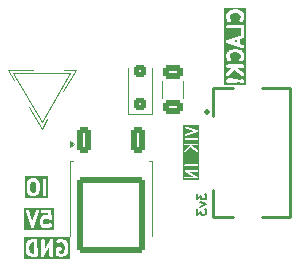
<source format=gbr>
%TF.GenerationSoftware,KiCad,Pcbnew,8.0.3*%
%TF.CreationDate,2024-06-15T19:32:54-05:00*%
%TF.ProjectId,VIK-Solenoid,56494b2d-536f-46c6-956e-6f69642e6b69,rev?*%
%TF.SameCoordinates,Original*%
%TF.FileFunction,Legend,Bot*%
%TF.FilePolarity,Positive*%
%FSLAX46Y46*%
G04 Gerber Fmt 4.6, Leading zero omitted, Abs format (unit mm)*
G04 Created by KiCad (PCBNEW 8.0.3) date 2024-06-15 19:32:54*
%MOMM*%
%LPD*%
G01*
G04 APERTURE LIST*
G04 Aperture macros list*
%AMRoundRect*
0 Rectangle with rounded corners*
0 $1 Rounding radius*
0 $2 $3 $4 $5 $6 $7 $8 $9 X,Y pos of 4 corners*
0 Add a 4 corners polygon primitive as box body*
4,1,4,$2,$3,$4,$5,$6,$7,$8,$9,$2,$3,0*
0 Add four circle primitives for the rounded corners*
1,1,$1+$1,$2,$3*
1,1,$1+$1,$4,$5*
1,1,$1+$1,$6,$7*
1,1,$1+$1,$8,$9*
0 Add four rect primitives between the rounded corners*
20,1,$1+$1,$2,$3,$4,$5,0*
20,1,$1+$1,$4,$5,$6,$7,0*
20,1,$1+$1,$6,$7,$8,$9,0*
20,1,$1+$1,$8,$9,$2,$3,0*%
G04 Aperture macros list end*
%ADD10C,0.300000*%
%ADD11C,0.150000*%
%ADD12C,0.254000*%
%ADD13C,0.100000*%
%ADD14C,0.120000*%
%ADD15C,2.200000*%
%ADD16R,1.700000X1.700000*%
%ADD17O,1.700000X1.700000*%
%ADD18R,1.250000X0.280000*%
%ADD19R,2.000000X1.800000*%
%ADD20RoundRect,0.250000X-0.625000X0.312500X-0.625000X-0.312500X0.625000X-0.312500X0.625000X0.312500X0*%
%ADD21RoundRect,0.250000X0.300000X-0.300000X0.300000X0.300000X-0.300000X0.300000X-0.300000X-0.300000X0*%
%ADD22RoundRect,0.250000X-0.350000X0.850000X-0.350000X-0.850000X0.350000X-0.850000X0.350000X0.850000X0*%
%ADD23RoundRect,0.249997X-2.650003X2.950003X-2.650003X-2.950003X2.650003X-2.950003X2.650003X2.950003X0*%
G04 APERTURE END LIST*
D10*
G36*
X185713836Y-89791423D02*
G01*
X183210953Y-89791423D01*
X183210953Y-88260183D01*
X183360953Y-88260183D01*
X183367472Y-88288857D01*
X183781037Y-89520759D01*
X183781768Y-89531043D01*
X183790050Y-89547607D01*
X183796127Y-89565708D01*
X183803149Y-89573804D01*
X183807942Y-89583390D01*
X183822150Y-89595713D01*
X183834474Y-89609922D01*
X183844058Y-89614714D01*
X183852156Y-89621737D01*
X183870002Y-89627685D01*
X183886821Y-89636095D01*
X183897509Y-89636854D01*
X183907680Y-89640245D01*
X183926442Y-89638911D01*
X183945201Y-89640245D01*
X183955368Y-89636855D01*
X183966061Y-89636096D01*
X183982884Y-89627684D01*
X184000726Y-89621737D01*
X184008822Y-89614715D01*
X184018408Y-89609922D01*
X184030733Y-89595710D01*
X184044940Y-89583389D01*
X184049731Y-89573805D01*
X184056755Y-89565708D01*
X184068743Y-89538857D01*
X184261741Y-88955709D01*
X184550251Y-88955709D01*
X184552676Y-89230822D01*
X184551429Y-89234565D01*
X184552890Y-89255141D01*
X184553133Y-89282592D01*
X184555195Y-89287570D01*
X184555577Y-89292946D01*
X184566086Y-89320409D01*
X184628498Y-89439885D01*
X184635053Y-89455711D01*
X184639762Y-89461449D01*
X184641274Y-89464343D01*
X184644268Y-89466940D01*
X184653708Y-89478442D01*
X184717540Y-89539111D01*
X184727331Y-89550400D01*
X184733509Y-89554289D01*
X184735963Y-89556621D01*
X184739620Y-89558136D01*
X184752217Y-89566065D01*
X184853203Y-89614336D01*
X184855010Y-89616143D01*
X184869798Y-89622268D01*
X184898728Y-89636097D01*
X184904103Y-89636478D01*
X184909082Y-89638541D01*
X184938346Y-89641423D01*
X185213460Y-89638997D01*
X185217203Y-89640245D01*
X185237779Y-89638783D01*
X185265229Y-89638541D01*
X185270207Y-89636478D01*
X185275583Y-89636097D01*
X185303047Y-89625587D01*
X185422521Y-89563175D01*
X185438347Y-89556621D01*
X185444085Y-89551911D01*
X185446979Y-89550400D01*
X185449576Y-89547405D01*
X185461078Y-89537966D01*
X185539257Y-89455711D01*
X185561654Y-89401639D01*
X185561654Y-89343113D01*
X185539257Y-89289040D01*
X185497872Y-89247655D01*
X185443799Y-89225258D01*
X185385273Y-89225258D01*
X185331201Y-89247655D01*
X185308470Y-89266310D01*
X185269402Y-89307414D01*
X185203756Y-89341706D01*
X184977074Y-89343705D01*
X184910873Y-89312061D01*
X184884258Y-89286765D01*
X184849967Y-89221119D01*
X184847968Y-88994437D01*
X184879612Y-88928236D01*
X184904906Y-88901623D01*
X184970555Y-88867330D01*
X185197236Y-88865331D01*
X185263435Y-88896975D01*
X185297111Y-88928981D01*
X185298727Y-88931994D01*
X185309887Y-88941125D01*
X185331202Y-88961383D01*
X185338181Y-88964273D01*
X185344024Y-88969054D01*
X185365013Y-88975387D01*
X185385274Y-88983779D01*
X185392825Y-88983779D01*
X185400056Y-88985961D01*
X185421875Y-88983779D01*
X185443800Y-88983779D01*
X185450777Y-88980888D01*
X185458294Y-88980137D01*
X185477618Y-88969770D01*
X185497872Y-88961381D01*
X185503211Y-88956041D01*
X185509869Y-88952470D01*
X185523753Y-88935499D01*
X185539258Y-88919995D01*
X185542148Y-88913015D01*
X185546929Y-88907173D01*
X185553262Y-88886183D01*
X185561654Y-88865923D01*
X185561654Y-88858372D01*
X185563836Y-88851141D01*
X185563792Y-88821736D01*
X185502130Y-88232469D01*
X185502130Y-88212159D01*
X185499286Y-88205293D01*
X185498488Y-88197665D01*
X185488121Y-88178340D01*
X185479732Y-88158087D01*
X185474392Y-88152747D01*
X185470821Y-88146090D01*
X185453850Y-88132205D01*
X185438348Y-88116703D01*
X185431369Y-88113812D01*
X185425524Y-88109030D01*
X185404535Y-88102696D01*
X185384276Y-88094305D01*
X185373064Y-88093200D01*
X185369492Y-88092123D01*
X185365834Y-88092488D01*
X185355012Y-88091423D01*
X184730510Y-88094305D01*
X184676438Y-88116703D01*
X184635054Y-88158087D01*
X184612656Y-88212159D01*
X184612656Y-88270687D01*
X184635054Y-88324759D01*
X184676438Y-88366143D01*
X184730510Y-88388541D01*
X184759774Y-88391423D01*
X185219668Y-88389300D01*
X185238352Y-88567849D01*
X185235965Y-88567614D01*
X184960850Y-88570039D01*
X184957108Y-88568792D01*
X184936531Y-88570253D01*
X184909082Y-88570496D01*
X184904103Y-88572558D01*
X184898728Y-88572940D01*
X184871264Y-88583450D01*
X184751793Y-88645859D01*
X184735964Y-88652416D01*
X184730222Y-88657128D01*
X184727330Y-88658639D01*
X184724734Y-88661632D01*
X184713233Y-88671071D01*
X184652563Y-88734902D01*
X184641274Y-88744694D01*
X184637384Y-88750873D01*
X184635054Y-88753325D01*
X184633539Y-88756981D01*
X184625609Y-88769580D01*
X184577337Y-88870566D01*
X184575531Y-88872373D01*
X184569405Y-88887161D01*
X184555577Y-88916091D01*
X184555195Y-88921466D01*
X184553133Y-88926445D01*
X184550251Y-88955709D01*
X184261741Y-88955709D01*
X184491931Y-88260183D01*
X184487781Y-88201803D01*
X184461607Y-88149456D01*
X184417393Y-88111109D01*
X184361869Y-88092600D01*
X184303489Y-88096750D01*
X184251141Y-88122923D01*
X184212794Y-88167138D01*
X184200806Y-88193989D01*
X183926921Y-89021538D01*
X183640089Y-88167138D01*
X183601742Y-88122924D01*
X183549395Y-88096750D01*
X183491015Y-88092601D01*
X183435490Y-88111109D01*
X183391276Y-88149456D01*
X183365102Y-88201803D01*
X183360953Y-88260183D01*
X183210953Y-88260183D01*
X183210953Y-87941423D01*
X185713836Y-87941423D01*
X185713836Y-89791423D01*
G37*
G36*
X184138538Y-85750491D02*
G01*
X184214031Y-85823815D01*
X184259357Y-85997363D01*
X184261808Y-86376614D01*
X184216970Y-86564315D01*
X184146853Y-86636507D01*
X184079346Y-86671771D01*
X183912039Y-86673575D01*
X183846723Y-86642353D01*
X183771231Y-86569031D01*
X183725905Y-86395483D01*
X183723454Y-86016231D01*
X183768292Y-85828532D01*
X183838409Y-85756339D01*
X183905916Y-85721074D01*
X184073224Y-85719270D01*
X184138538Y-85750491D01*
G37*
G36*
X185245012Y-87121423D02*
G01*
X183275965Y-87121423D01*
X183275965Y-85988090D01*
X183425965Y-85988090D01*
X183428598Y-86395542D01*
X183426142Y-86412048D01*
X183428822Y-86430170D01*
X183428847Y-86434021D01*
X183429694Y-86436065D01*
X183430444Y-86441137D01*
X183488371Y-86662930D01*
X183488371Y-86672114D01*
X183494863Y-86687787D01*
X183499861Y-86706924D01*
X183506501Y-86715885D01*
X183510768Y-86726187D01*
X183529423Y-86748918D01*
X183650674Y-86866685D01*
X183662569Y-86880400D01*
X183668894Y-86884381D01*
X183671200Y-86886621D01*
X183674860Y-86888137D01*
X183687455Y-86896065D01*
X183788441Y-86944336D01*
X183790248Y-86946143D01*
X183805036Y-86952268D01*
X183833966Y-86966097D01*
X183839341Y-86966478D01*
X183844320Y-86968541D01*
X183873584Y-86971423D01*
X184089468Y-86969095D01*
X184092916Y-86970245D01*
X184112598Y-86968846D01*
X184140943Y-86968541D01*
X184145921Y-86966478D01*
X184151297Y-86966097D01*
X184178760Y-86955588D01*
X184298232Y-86893177D01*
X184314063Y-86886621D01*
X184319802Y-86881910D01*
X184322694Y-86880400D01*
X184325289Y-86877406D01*
X184336793Y-86867966D01*
X184443306Y-86758300D01*
X184450558Y-86753949D01*
X184460294Y-86740809D01*
X184474496Y-86726187D01*
X184478763Y-86715882D01*
X184485402Y-86706924D01*
X184495295Y-86679232D01*
X184550406Y-86448529D01*
X184556416Y-86434021D01*
X184558200Y-86415901D01*
X184559121Y-86412048D01*
X184558795Y-86409860D01*
X184559298Y-86404757D01*
X184556664Y-85997304D01*
X184559121Y-85980799D01*
X184556440Y-85962676D01*
X184556416Y-85958826D01*
X184555568Y-85956781D01*
X184554819Y-85951710D01*
X184496892Y-85729916D01*
X184496892Y-85720733D01*
X184490399Y-85705057D01*
X184485402Y-85685923D01*
X184478763Y-85676964D01*
X184474496Y-85666660D01*
X184455841Y-85643930D01*
X184381189Y-85571423D01*
X184795012Y-85571423D01*
X184797894Y-86850687D01*
X184820292Y-86904759D01*
X184861676Y-86946143D01*
X184915748Y-86968541D01*
X184974276Y-86968541D01*
X185028348Y-86946143D01*
X185069732Y-86904759D01*
X185092130Y-86850687D01*
X185095012Y-86821423D01*
X185092130Y-85542159D01*
X185069732Y-85488087D01*
X185028348Y-85446703D01*
X184974276Y-85424305D01*
X184915748Y-85424305D01*
X184861676Y-85446703D01*
X184820292Y-85488087D01*
X184797894Y-85542159D01*
X184795012Y-85571423D01*
X184381189Y-85571423D01*
X184334589Y-85526162D01*
X184322695Y-85512448D01*
X184316369Y-85508466D01*
X184314063Y-85506226D01*
X184310400Y-85504708D01*
X184297809Y-85496783D01*
X184196822Y-85448510D01*
X184195015Y-85446703D01*
X184180227Y-85440577D01*
X184151298Y-85426749D01*
X184145920Y-85426366D01*
X184140943Y-85424305D01*
X184111679Y-85421423D01*
X183895793Y-85423750D01*
X183892346Y-85422601D01*
X183872663Y-85423999D01*
X183844320Y-85424305D01*
X183839341Y-85426367D01*
X183833966Y-85426749D01*
X183806502Y-85437259D01*
X183687031Y-85499668D01*
X183671200Y-85506226D01*
X183665458Y-85510937D01*
X183662568Y-85512448D01*
X183659972Y-85515440D01*
X183648470Y-85524881D01*
X183541958Y-85634545D01*
X183534705Y-85638898D01*
X183524965Y-85652041D01*
X183510768Y-85666660D01*
X183506501Y-85676961D01*
X183499861Y-85685923D01*
X183489968Y-85713614D01*
X183434856Y-85944317D01*
X183428847Y-85958826D01*
X183427062Y-85976945D01*
X183426142Y-85980799D01*
X183426467Y-85982986D01*
X183425965Y-85988090D01*
X183275965Y-85988090D01*
X183275965Y-85271423D01*
X185245012Y-85271423D01*
X185245012Y-87121423D01*
G37*
G36*
X201216075Y-73941403D02*
G01*
X200941306Y-73850467D01*
X201215231Y-73758507D01*
X201216075Y-73941403D01*
G37*
G36*
X202021423Y-77542326D02*
G01*
X200171423Y-77542326D01*
X200171423Y-77154057D01*
X200324305Y-77154057D01*
X200324305Y-77154058D01*
X200324305Y-77154059D01*
X200324305Y-77212585D01*
X200324718Y-77213581D01*
X200346702Y-77266656D01*
X200346703Y-77266657D01*
X200365358Y-77289388D01*
X200412536Y-77334228D01*
X200413578Y-77336249D01*
X200423466Y-77344616D01*
X200447613Y-77367566D01*
X200453441Y-77369980D01*
X200458256Y-77374054D01*
X200480301Y-77381105D01*
X200501685Y-77389962D01*
X200507992Y-77389962D01*
X200514001Y-77391884D01*
X200543404Y-77392326D01*
X201245806Y-77331060D01*
X201262179Y-77332361D01*
X201268116Y-77330461D01*
X201274497Y-77330439D01*
X201280249Y-77328056D01*
X201286613Y-77327501D01*
X201301729Y-77319710D01*
X201317924Y-77314531D01*
X201322741Y-77310455D01*
X201328569Y-77308041D01*
X201333028Y-77303581D01*
X201338639Y-77300690D01*
X201349621Y-77287709D01*
X201362602Y-77276727D01*
X201365493Y-77271116D01*
X201369953Y-77266657D01*
X201372367Y-77260829D01*
X201376443Y-77256012D01*
X201381622Y-77239817D01*
X201389413Y-77224701D01*
X201389936Y-77218412D01*
X201392351Y-77212585D01*
X201392351Y-77206276D01*
X201394273Y-77200267D01*
X201392861Y-77183321D01*
X201394273Y-77166376D01*
X201392351Y-77160366D01*
X201392351Y-77154057D01*
X201455258Y-77154057D01*
X201455258Y-77154058D01*
X201455258Y-77154059D01*
X201455258Y-77212585D01*
X201455671Y-77213581D01*
X201477655Y-77266656D01*
X201477656Y-77266657D01*
X201496311Y-77289388D01*
X201578566Y-77367566D01*
X201610241Y-77380685D01*
X201632637Y-77389962D01*
X201632638Y-77389962D01*
X201691164Y-77389962D01*
X201713561Y-77380684D01*
X201745235Y-77367565D01*
X201767966Y-77348910D01*
X201846144Y-77266657D01*
X201868128Y-77213581D01*
X201868541Y-77212585D01*
X201868541Y-77154059D01*
X201868541Y-77154058D01*
X201868541Y-77154057D01*
X201856702Y-77125475D01*
X201850553Y-77110630D01*
X201846145Y-77099987D01*
X201827490Y-77077256D01*
X201745256Y-76999096D01*
X201745236Y-76999076D01*
X201707000Y-76983239D01*
X201691164Y-76976679D01*
X201691163Y-76976679D01*
X201632637Y-76976679D01*
X201610241Y-76985955D01*
X201578566Y-76999075D01*
X201578565Y-76999076D01*
X201555834Y-77017731D01*
X201477656Y-77099985D01*
X201477654Y-77099987D01*
X201473246Y-77110630D01*
X201467097Y-77125475D01*
X201455258Y-77154057D01*
X201392351Y-77154057D01*
X201389936Y-77148229D01*
X201389413Y-77141941D01*
X201381622Y-77126824D01*
X201376443Y-77110630D01*
X201372367Y-77105813D01*
X201369953Y-77099985D01*
X201365492Y-77095524D01*
X201362602Y-77089916D01*
X201349621Y-77078932D01*
X201338639Y-77065953D01*
X201333030Y-77063062D01*
X201328569Y-77058601D01*
X201322740Y-77056186D01*
X201317924Y-77052111D01*
X201301730Y-77046931D01*
X201286614Y-77039141D01*
X201277601Y-77037488D01*
X201274497Y-77036203D01*
X201266046Y-77035370D01*
X201264968Y-77035173D01*
X201262179Y-77034281D01*
X201259915Y-77034246D01*
X201257690Y-77033839D01*
X200565434Y-76978843D01*
X200560210Y-76976679D01*
X200538195Y-76976679D01*
X200514002Y-76974757D01*
X200507993Y-76976679D01*
X200501684Y-76976679D01*
X200480300Y-76985536D01*
X200458256Y-76992587D01*
X200453440Y-76996661D01*
X200447612Y-76999076D01*
X200424881Y-77017731D01*
X200346703Y-77099985D01*
X200346701Y-77099987D01*
X200342293Y-77110630D01*
X200336144Y-77125475D01*
X200324305Y-77154057D01*
X200171423Y-77154057D01*
X200171423Y-75904057D01*
X200324305Y-75904057D01*
X200324305Y-75962585D01*
X200346703Y-76016657D01*
X200388087Y-76058041D01*
X200442159Y-76080439D01*
X200471423Y-76083321D01*
X200825786Y-76082522D01*
X200346702Y-76564271D01*
X200324305Y-76618343D01*
X200324305Y-76676869D01*
X200346702Y-76730941D01*
X200388088Y-76772327D01*
X200442160Y-76794724D01*
X200500686Y-76794724D01*
X200554758Y-76772327D01*
X200577489Y-76753672D01*
X201020093Y-76308607D01*
X201656563Y-76782859D01*
X201713259Y-76797383D01*
X201771197Y-76789107D01*
X201821559Y-76759288D01*
X201856675Y-76712465D01*
X201871200Y-76655769D01*
X201862923Y-76597831D01*
X201833105Y-76547470D01*
X201811423Y-76527606D01*
X201231806Y-76095717D01*
X201245869Y-76081576D01*
X201750687Y-76080439D01*
X201804759Y-76058041D01*
X201846143Y-76016657D01*
X201868541Y-75962585D01*
X201868541Y-75904057D01*
X201846143Y-75849985D01*
X201804759Y-75808601D01*
X201750687Y-75786203D01*
X201721423Y-75783321D01*
X200442159Y-75786203D01*
X200388087Y-75808601D01*
X200346703Y-75849985D01*
X200324305Y-75904057D01*
X200171423Y-75904057D01*
X200171423Y-75040463D01*
X200321423Y-75040463D01*
X200323778Y-75161698D01*
X200322601Y-75178272D01*
X200324241Y-75185484D01*
X200324305Y-75188775D01*
X200325822Y-75192437D01*
X200329121Y-75206945D01*
X200383829Y-75364096D01*
X200383829Y-75367345D01*
X200390916Y-75384456D01*
X200400633Y-75412367D01*
X200404163Y-75416437D01*
X200406226Y-75421417D01*
X200424881Y-75444148D01*
X200507136Y-75522327D01*
X200561208Y-75544724D01*
X200619734Y-75544724D01*
X200673807Y-75522327D01*
X200715192Y-75480942D01*
X200737589Y-75426869D01*
X200737589Y-75368343D01*
X200715192Y-75314271D01*
X200696537Y-75291540D01*
X200662198Y-75258902D01*
X200621057Y-75140726D01*
X200619668Y-75069245D01*
X200659239Y-74945073D01*
X200733868Y-74868236D01*
X200813141Y-74826825D01*
X201016688Y-74773664D01*
X201159248Y-74771687D01*
X201362473Y-74820234D01*
X201450665Y-74862390D01*
X201530123Y-74939565D01*
X201571788Y-75059248D01*
X201573176Y-75130726D01*
X201533365Y-75255655D01*
X201477655Y-75314271D01*
X201455258Y-75368343D01*
X201455258Y-75426869D01*
X201477655Y-75480941D01*
X201519041Y-75522327D01*
X201573113Y-75544724D01*
X201631639Y-75544724D01*
X201685711Y-75522327D01*
X201708442Y-75503672D01*
X201752594Y-75457217D01*
X201753867Y-75456581D01*
X201760832Y-75448550D01*
X201786621Y-75421417D01*
X201788682Y-75416439D01*
X201792215Y-75412367D01*
X201804203Y-75385516D01*
X201861417Y-75205971D01*
X201868541Y-75188775D01*
X201869275Y-75181311D01*
X201870245Y-75178271D01*
X201869964Y-75174322D01*
X201871423Y-75159511D01*
X201869067Y-75038276D01*
X201870245Y-75021703D01*
X201868604Y-75014489D01*
X201868541Y-75011199D01*
X201867024Y-75007538D01*
X201863726Y-74993029D01*
X201809018Y-74835875D01*
X201809018Y-74832629D01*
X201801934Y-74815528D01*
X201792215Y-74787607D01*
X201788683Y-74783535D01*
X201786621Y-74778556D01*
X201767966Y-74755826D01*
X201646717Y-74638063D01*
X201634819Y-74624344D01*
X201628490Y-74620360D01*
X201626187Y-74618123D01*
X201622529Y-74616607D01*
X201609933Y-74608679D01*
X201497926Y-74555140D01*
X201487876Y-74547693D01*
X201465985Y-74539872D01*
X201463422Y-74538647D01*
X201462340Y-74538570D01*
X201460185Y-74537800D01*
X201229481Y-74482688D01*
X201214973Y-74476679D01*
X201196853Y-74474894D01*
X201193000Y-74473974D01*
X201190812Y-74474299D01*
X201185709Y-74473797D01*
X201014601Y-74476169D01*
X200999847Y-74473974D01*
X200981937Y-74476622D01*
X200977874Y-74476679D01*
X200975829Y-74477526D01*
X200970758Y-74478276D01*
X200743410Y-74537653D01*
X200729424Y-74538647D01*
X200707538Y-74547022D01*
X200704970Y-74547693D01*
X200704098Y-74548338D01*
X200701960Y-74549157D01*
X200582495Y-74611563D01*
X200566659Y-74618123D01*
X200560916Y-74622836D01*
X200558028Y-74624345D01*
X200555435Y-74627334D01*
X200543929Y-74636778D01*
X200441699Y-74742033D01*
X200438980Y-74743393D01*
X200427306Y-74756852D01*
X200406226Y-74778557D01*
X200404163Y-74783536D01*
X200400633Y-74787607D01*
X200388644Y-74814458D01*
X200331427Y-74994004D01*
X200324305Y-75011199D01*
X200323570Y-75018660D01*
X200322601Y-75021702D01*
X200322881Y-75025651D01*
X200321423Y-75040463D01*
X200171423Y-75040463D01*
X200171423Y-73831227D01*
X200322601Y-73831227D01*
X200323934Y-73849987D01*
X200322601Y-73868748D01*
X200325990Y-73878915D01*
X200326750Y-73889607D01*
X200335161Y-73906430D01*
X200341109Y-73924272D01*
X200348131Y-73932368D01*
X200352924Y-73941954D01*
X200367132Y-73954277D01*
X200379456Y-73968486D01*
X200389041Y-73973278D01*
X200397138Y-73980301D01*
X200423989Y-73992290D01*
X201323921Y-74290128D01*
X201335016Y-74294724D01*
X201337807Y-74294724D01*
X201702662Y-74415475D01*
X201761042Y-74411326D01*
X201813389Y-74385152D01*
X201851737Y-74340938D01*
X201870245Y-74285413D01*
X201866095Y-74227033D01*
X201839922Y-74174686D01*
X201795708Y-74136339D01*
X201768857Y-74124350D01*
X201513783Y-74039931D01*
X201512024Y-73658870D01*
X201795708Y-73563634D01*
X201839923Y-73525287D01*
X201866096Y-73472939D01*
X201870246Y-73414559D01*
X201851737Y-73359035D01*
X201813390Y-73314821D01*
X201811052Y-73313651D01*
X201846143Y-73278561D01*
X201868541Y-73224489D01*
X201871423Y-73195225D01*
X201868541Y-72570723D01*
X201846143Y-72516651D01*
X201804759Y-72475267D01*
X201750687Y-72452869D01*
X201721423Y-72449987D01*
X200442159Y-72452869D01*
X200388087Y-72475267D01*
X200346703Y-72516651D01*
X200324305Y-72570723D01*
X200324305Y-72629251D01*
X200346703Y-72683323D01*
X200388087Y-72724707D01*
X200442159Y-72747105D01*
X200471423Y-72749987D01*
X201572103Y-72747507D01*
X201574305Y-73224489D01*
X201596703Y-73278561D01*
X201625453Y-73307311D01*
X200442086Y-73704583D01*
X200431803Y-73705314D01*
X200415238Y-73713596D01*
X200397138Y-73719673D01*
X200389041Y-73726695D01*
X200379456Y-73731488D01*
X200367132Y-73745696D01*
X200352924Y-73758020D01*
X200348131Y-73767605D01*
X200341109Y-73775702D01*
X200335161Y-73793543D01*
X200326750Y-73810367D01*
X200325990Y-73821059D01*
X200322601Y-73831227D01*
X200171423Y-73831227D01*
X200171423Y-71707129D01*
X200321423Y-71707129D01*
X200323778Y-71828364D01*
X200322601Y-71844938D01*
X200324241Y-71852150D01*
X200324305Y-71855441D01*
X200325822Y-71859103D01*
X200329121Y-71873611D01*
X200383829Y-72030762D01*
X200383829Y-72034011D01*
X200390916Y-72051122D01*
X200400633Y-72079033D01*
X200404163Y-72083103D01*
X200406226Y-72088083D01*
X200424881Y-72110814D01*
X200507136Y-72188993D01*
X200561208Y-72211390D01*
X200619734Y-72211390D01*
X200673807Y-72188993D01*
X200715192Y-72147608D01*
X200737589Y-72093535D01*
X200737589Y-72035009D01*
X200715192Y-71980937D01*
X200696537Y-71958206D01*
X200662198Y-71925568D01*
X200621057Y-71807392D01*
X200619668Y-71735911D01*
X200659239Y-71611739D01*
X200733868Y-71534902D01*
X200813141Y-71493491D01*
X201016688Y-71440330D01*
X201159248Y-71438353D01*
X201362473Y-71486900D01*
X201450665Y-71529056D01*
X201530123Y-71606231D01*
X201571788Y-71725914D01*
X201573176Y-71797392D01*
X201533365Y-71922321D01*
X201477655Y-71980937D01*
X201455258Y-72035009D01*
X201455258Y-72093535D01*
X201477655Y-72147607D01*
X201519041Y-72188993D01*
X201573113Y-72211390D01*
X201631639Y-72211390D01*
X201685711Y-72188993D01*
X201708442Y-72170338D01*
X201752594Y-72123883D01*
X201753867Y-72123247D01*
X201760832Y-72115216D01*
X201786621Y-72088083D01*
X201788682Y-72083105D01*
X201792215Y-72079033D01*
X201804203Y-72052182D01*
X201861417Y-71872637D01*
X201868541Y-71855441D01*
X201869275Y-71847977D01*
X201870245Y-71844937D01*
X201869964Y-71840988D01*
X201871423Y-71826177D01*
X201869067Y-71704942D01*
X201870245Y-71688369D01*
X201868604Y-71681155D01*
X201868541Y-71677865D01*
X201867024Y-71674204D01*
X201863726Y-71659695D01*
X201809018Y-71502541D01*
X201809018Y-71499295D01*
X201801934Y-71482194D01*
X201792215Y-71454273D01*
X201788683Y-71450201D01*
X201786621Y-71445222D01*
X201767966Y-71422492D01*
X201646717Y-71304729D01*
X201634819Y-71291010D01*
X201628490Y-71287026D01*
X201626187Y-71284789D01*
X201622529Y-71283273D01*
X201609933Y-71275345D01*
X201497926Y-71221806D01*
X201487876Y-71214359D01*
X201465985Y-71206538D01*
X201463422Y-71205313D01*
X201462340Y-71205236D01*
X201460185Y-71204466D01*
X201229481Y-71149354D01*
X201214973Y-71143345D01*
X201196853Y-71141560D01*
X201193000Y-71140640D01*
X201190812Y-71140965D01*
X201185709Y-71140463D01*
X201014601Y-71142835D01*
X200999847Y-71140640D01*
X200981937Y-71143288D01*
X200977874Y-71143345D01*
X200975829Y-71144192D01*
X200970758Y-71144942D01*
X200743410Y-71204319D01*
X200729424Y-71205313D01*
X200707538Y-71213688D01*
X200704970Y-71214359D01*
X200704098Y-71215004D01*
X200701960Y-71215823D01*
X200582495Y-71278229D01*
X200566659Y-71284789D01*
X200560916Y-71289502D01*
X200558028Y-71291011D01*
X200555435Y-71294000D01*
X200543929Y-71303444D01*
X200441699Y-71408699D01*
X200438980Y-71410059D01*
X200427306Y-71423518D01*
X200406226Y-71445223D01*
X200404163Y-71450202D01*
X200400633Y-71454273D01*
X200388644Y-71481124D01*
X200331427Y-71660670D01*
X200324305Y-71677865D01*
X200323570Y-71685326D01*
X200322601Y-71688368D01*
X200322881Y-71692317D01*
X200321423Y-71707129D01*
X200171423Y-71707129D01*
X200171423Y-70990463D01*
X202021423Y-70990463D01*
X202021423Y-77542326D01*
G37*
G36*
X184057969Y-91812723D02*
G01*
X183938535Y-91813776D01*
X183812477Y-91773605D01*
X183735642Y-91698979D01*
X183694232Y-91619705D01*
X183641070Y-91416158D01*
X183639093Y-91273598D01*
X183687641Y-91070369D01*
X183729795Y-90982182D01*
X183806972Y-90902721D01*
X183926065Y-90861262D01*
X184055822Y-90860118D01*
X184057969Y-91812723D01*
G37*
G36*
X187124536Y-92261423D02*
G01*
X183191203Y-92261423D01*
X183191203Y-91247138D01*
X183341203Y-91247138D01*
X183343575Y-91418245D01*
X183341380Y-91433000D01*
X183344028Y-91450909D01*
X183344085Y-91454973D01*
X183344932Y-91457017D01*
X183345682Y-91462089D01*
X183405059Y-91689435D01*
X183406053Y-91703422D01*
X183414429Y-91725311D01*
X183415099Y-91727876D01*
X183415743Y-91728745D01*
X183416562Y-91730885D01*
X183478974Y-91850361D01*
X183485529Y-91866187D01*
X183490238Y-91871925D01*
X183491750Y-91874819D01*
X183494744Y-91877416D01*
X183504184Y-91888918D01*
X183609439Y-91991148D01*
X183610799Y-91993867D01*
X183624253Y-92005536D01*
X183645962Y-92026621D01*
X183650941Y-92028683D01*
X183655013Y-92032215D01*
X183681864Y-92044203D01*
X183861408Y-92101417D01*
X183878605Y-92108541D01*
X183886068Y-92109275D01*
X183889109Y-92110245D01*
X183893057Y-92109964D01*
X183907869Y-92111423D01*
X184234752Y-92108541D01*
X184288824Y-92086143D01*
X184330208Y-92044759D01*
X184352606Y-91990687D01*
X184355488Y-91961423D01*
X184352672Y-90711423D01*
X184650727Y-90711423D01*
X184653523Y-91952781D01*
X184651093Y-91971901D01*
X184653587Y-91981046D01*
X184653609Y-91990687D01*
X184661244Y-92009119D01*
X184666493Y-92028364D01*
X184672347Y-92035923D01*
X184676007Y-92044759D01*
X184690114Y-92058866D01*
X184702328Y-92074638D01*
X184710630Y-92079382D01*
X184717391Y-92086143D01*
X184735821Y-92093777D01*
X184753144Y-92103676D01*
X184762629Y-92104881D01*
X184771463Y-92108541D01*
X184791413Y-92108541D01*
X184811205Y-92111057D01*
X184820430Y-92108541D01*
X184829991Y-92108541D01*
X184848423Y-92100905D01*
X184867668Y-92095657D01*
X184875227Y-92089802D01*
X184884063Y-92086143D01*
X184898170Y-92072035D01*
X184913942Y-92059822D01*
X184922648Y-92047557D01*
X184925447Y-92044759D01*
X184926584Y-92042013D01*
X184930964Y-92035844D01*
X185366271Y-91270571D01*
X185367894Y-91990687D01*
X185390292Y-92044759D01*
X185431676Y-92086143D01*
X185485748Y-92108541D01*
X185544276Y-92108541D01*
X185598348Y-92086143D01*
X185639732Y-92044759D01*
X185662130Y-91990687D01*
X185665012Y-91961423D01*
X185663805Y-91425709D01*
X185900727Y-91425709D01*
X185903609Y-91871639D01*
X185926006Y-91925711D01*
X185944661Y-91948442D01*
X185991115Y-91992594D01*
X185991752Y-91993867D01*
X185999782Y-92000832D01*
X186026916Y-92026621D01*
X186031893Y-92028682D01*
X186035966Y-92032215D01*
X186062817Y-92044203D01*
X186242361Y-92101417D01*
X186259558Y-92108541D01*
X186267021Y-92109275D01*
X186270062Y-92110245D01*
X186274010Y-92109964D01*
X186288822Y-92111423D01*
X186410048Y-92109067D01*
X186426630Y-92110246D01*
X186433847Y-92108604D01*
X186437134Y-92108541D01*
X186440791Y-92107025D01*
X186455304Y-92103726D01*
X186612457Y-92049018D01*
X186615704Y-92049018D01*
X186632807Y-92041933D01*
X186660725Y-92032215D01*
X186664796Y-92028683D01*
X186669776Y-92026621D01*
X186692507Y-92007966D01*
X186810274Y-91886713D01*
X186823989Y-91874819D01*
X186827970Y-91868493D01*
X186830210Y-91866188D01*
X186831726Y-91862527D01*
X186839654Y-91849933D01*
X186893192Y-91737926D01*
X186900640Y-91727876D01*
X186908459Y-91705987D01*
X186909686Y-91703422D01*
X186909762Y-91702339D01*
X186910533Y-91700184D01*
X186965644Y-91469481D01*
X186971654Y-91454973D01*
X186973438Y-91436853D01*
X186974359Y-91433000D01*
X186974033Y-91430812D01*
X186974536Y-91425709D01*
X186972163Y-91254601D01*
X186974359Y-91239847D01*
X186971710Y-91221937D01*
X186971654Y-91217874D01*
X186970806Y-91215829D01*
X186970057Y-91210758D01*
X186910679Y-90983410D01*
X186909686Y-90969424D01*
X186901310Y-90947538D01*
X186900640Y-90944970D01*
X186899994Y-90944098D01*
X186899176Y-90941960D01*
X186836769Y-90822495D01*
X186830210Y-90806659D01*
X186825496Y-90800916D01*
X186823988Y-90798028D01*
X186820998Y-90795435D01*
X186811555Y-90783929D01*
X186706299Y-90681699D01*
X186704940Y-90678980D01*
X186691480Y-90667306D01*
X186669776Y-90646226D01*
X186664796Y-90644163D01*
X186660726Y-90640633D01*
X186633875Y-90628644D01*
X186454328Y-90571427D01*
X186437134Y-90564305D01*
X186429672Y-90563570D01*
X186426631Y-90562601D01*
X186422681Y-90562881D01*
X186407870Y-90561423D01*
X186251048Y-90563597D01*
X186248059Y-90562601D01*
X186229906Y-90563890D01*
X186200034Y-90564305D01*
X186195056Y-90566366D01*
X186189679Y-90566749D01*
X186162216Y-90577259D01*
X186018283Y-90652448D01*
X185979936Y-90696663D01*
X185961429Y-90752186D01*
X185965578Y-90810566D01*
X185991752Y-90862915D01*
X186035967Y-90901262D01*
X186091490Y-90919769D01*
X186149870Y-90915620D01*
X186177333Y-90905111D01*
X186261827Y-90860971D01*
X186378116Y-90859359D01*
X186503259Y-90899239D01*
X186580096Y-90973868D01*
X186621507Y-91053141D01*
X186674668Y-91256688D01*
X186676645Y-91399248D01*
X186628097Y-91602474D01*
X186585942Y-91690665D01*
X186508768Y-91770123D01*
X186389083Y-91811788D01*
X186317606Y-91813176D01*
X186200296Y-91775793D01*
X186198993Y-91574110D01*
X186318086Y-91572827D01*
X186372158Y-91550429D01*
X186413542Y-91509045D01*
X186435940Y-91454973D01*
X186435940Y-91396445D01*
X186413542Y-91342373D01*
X186372158Y-91300989D01*
X186318086Y-91278591D01*
X186288822Y-91275709D01*
X186021463Y-91278591D01*
X185967391Y-91300989D01*
X185926007Y-91342373D01*
X185903609Y-91396445D01*
X185900727Y-91425709D01*
X185663805Y-91425709D01*
X185662215Y-90720064D01*
X185664646Y-90700945D01*
X185662151Y-90691799D01*
X185662130Y-90682159D01*
X185654497Y-90663732D01*
X185649247Y-90644481D01*
X185643390Y-90636918D01*
X185639732Y-90628087D01*
X185625629Y-90613984D01*
X185613411Y-90598207D01*
X185605106Y-90593461D01*
X185598348Y-90586703D01*
X185579923Y-90579071D01*
X185562595Y-90569169D01*
X185553106Y-90567962D01*
X185544276Y-90564305D01*
X185524329Y-90564305D01*
X185504535Y-90561789D01*
X185495310Y-90564305D01*
X185485748Y-90564305D01*
X185467319Y-90571938D01*
X185448071Y-90577188D01*
X185440508Y-90583044D01*
X185431676Y-90586703D01*
X185417573Y-90600805D01*
X185401797Y-90613023D01*
X185393090Y-90625288D01*
X185390292Y-90628087D01*
X185389153Y-90630834D01*
X185384776Y-90637002D01*
X184949467Y-91402274D01*
X184947845Y-90682159D01*
X184925447Y-90628087D01*
X184884063Y-90586703D01*
X184829991Y-90564305D01*
X184771463Y-90564305D01*
X184717391Y-90586703D01*
X184676007Y-90628087D01*
X184653609Y-90682159D01*
X184650727Y-90711423D01*
X184352672Y-90711423D01*
X184352606Y-90682159D01*
X184330208Y-90628087D01*
X184288824Y-90586703D01*
X184234752Y-90564305D01*
X184205488Y-90561423D01*
X183909279Y-90564034D01*
X183889108Y-90562601D01*
X183881735Y-90564277D01*
X183878605Y-90564305D01*
X183874943Y-90565821D01*
X183860434Y-90569121D01*
X183703283Y-90623829D01*
X183700035Y-90623829D01*
X183682921Y-90630917D01*
X183655013Y-90640633D01*
X183650943Y-90644162D01*
X183645962Y-90646226D01*
X183623232Y-90664881D01*
X183505469Y-90786129D01*
X183491750Y-90798028D01*
X183487767Y-90804355D01*
X183485529Y-90806660D01*
X183484012Y-90810320D01*
X183476086Y-90822914D01*
X183422547Y-90934918D01*
X183415099Y-90944970D01*
X183407278Y-90966861D01*
X183406053Y-90969424D01*
X183405976Y-90970505D01*
X183405206Y-90972661D01*
X183350094Y-91203365D01*
X183344085Y-91217874D01*
X183342300Y-91235993D01*
X183341380Y-91239847D01*
X183341705Y-91242034D01*
X183341203Y-91247138D01*
X183191203Y-91247138D01*
X183191203Y-90411423D01*
X187124536Y-90411423D01*
X187124536Y-92261423D01*
G37*
D11*
G36*
X198055819Y-85565746D02*
G01*
X196683891Y-85565746D01*
X196683891Y-84813446D01*
X196795002Y-84813446D01*
X196796260Y-84818058D01*
X196796260Y-84822839D01*
X196800077Y-84832054D01*
X196802702Y-84841678D01*
X196805629Y-84845458D01*
X196807459Y-84849875D01*
X196814509Y-84856925D01*
X196820619Y-84864815D01*
X196826751Y-84869167D01*
X196828151Y-84870567D01*
X196829525Y-84871136D01*
X196832609Y-84873325D01*
X197590267Y-85305032D01*
X196855187Y-85306076D01*
X196828151Y-85317275D01*
X196807459Y-85337967D01*
X196796260Y-85365003D01*
X196796260Y-85394267D01*
X196807459Y-85421303D01*
X196828151Y-85441995D01*
X196855187Y-85453194D01*
X196869819Y-85454635D01*
X197865374Y-85453221D01*
X197875058Y-85454452D01*
X197879645Y-85453200D01*
X197884451Y-85453194D01*
X197893666Y-85449376D01*
X197903290Y-85446752D01*
X197907070Y-85443824D01*
X197911487Y-85441995D01*
X197918537Y-85434944D01*
X197926427Y-85428835D01*
X197928800Y-85424681D01*
X197932179Y-85421303D01*
X197935995Y-85412090D01*
X197940946Y-85403426D01*
X197941548Y-85398682D01*
X197943378Y-85394267D01*
X197943378Y-85384292D01*
X197944636Y-85374396D01*
X197943378Y-85369783D01*
X197943378Y-85365003D01*
X197939560Y-85355786D01*
X197936936Y-85346165D01*
X197934009Y-85342385D01*
X197932179Y-85337967D01*
X197925127Y-85330915D01*
X197919019Y-85323027D01*
X197912884Y-85318672D01*
X197911487Y-85317275D01*
X197910114Y-85316706D01*
X197907030Y-85314517D01*
X197149370Y-84882809D01*
X197884451Y-84881766D01*
X197911487Y-84870567D01*
X197932179Y-84849875D01*
X197943378Y-84822839D01*
X197943378Y-84793575D01*
X197932179Y-84766539D01*
X197911487Y-84745847D01*
X197884451Y-84734648D01*
X197869819Y-84733207D01*
X196874263Y-84734620D01*
X196864580Y-84733390D01*
X196859992Y-84734641D01*
X196855187Y-84734648D01*
X196845971Y-84738465D01*
X196836348Y-84741090D01*
X196832567Y-84744017D01*
X196828151Y-84745847D01*
X196821100Y-84752897D01*
X196813211Y-84759007D01*
X196810837Y-84763160D01*
X196807459Y-84766539D01*
X196803642Y-84775751D01*
X196798692Y-84784416D01*
X196798089Y-84789159D01*
X196796260Y-84793575D01*
X196796260Y-84803549D01*
X196795002Y-84813446D01*
X196683891Y-84813446D01*
X196683891Y-84317385D01*
X196796260Y-84317385D01*
X196796260Y-84346649D01*
X196807459Y-84373685D01*
X196828151Y-84394377D01*
X196855187Y-84405576D01*
X196869819Y-84407017D01*
X197884451Y-84405576D01*
X197911487Y-84394377D01*
X197932179Y-84373685D01*
X197943378Y-84346649D01*
X197943378Y-84317385D01*
X197932179Y-84290349D01*
X197911487Y-84269657D01*
X197884451Y-84258458D01*
X197869819Y-84257017D01*
X196855187Y-84258458D01*
X196828151Y-84269657D01*
X196807459Y-84290349D01*
X196796260Y-84317385D01*
X196683891Y-84317385D01*
X196683891Y-82555480D01*
X196796260Y-82555480D01*
X196796260Y-82584744D01*
X196807459Y-82611780D01*
X196828151Y-82632472D01*
X196855187Y-82643671D01*
X196869819Y-82645112D01*
X197261182Y-82644556D01*
X197249133Y-82656647D01*
X197248322Y-82657128D01*
X197247309Y-82658477D01*
X196807459Y-83099872D01*
X196796260Y-83126909D01*
X196796260Y-83156171D01*
X196807459Y-83183208D01*
X196828151Y-83203900D01*
X196855188Y-83215099D01*
X196884450Y-83215099D01*
X196911487Y-83203900D01*
X196922852Y-83194573D01*
X197304752Y-82811332D01*
X197837389Y-83209167D01*
X197865738Y-83216429D01*
X197894706Y-83212290D01*
X197919887Y-83197381D01*
X197937446Y-83173970D01*
X197944708Y-83145622D01*
X197940570Y-83116653D01*
X197925660Y-83091472D01*
X197914819Y-83081540D01*
X197410703Y-82705009D01*
X197471242Y-82644257D01*
X197884451Y-82643671D01*
X197911487Y-82632472D01*
X197932179Y-82611780D01*
X197943378Y-82584744D01*
X197943378Y-82555480D01*
X197932179Y-82528444D01*
X197911487Y-82507752D01*
X197884451Y-82496553D01*
X197869819Y-82495112D01*
X196855187Y-82496553D01*
X196828151Y-82507752D01*
X196807459Y-82528444D01*
X196796260Y-82555480D01*
X196683891Y-82555480D01*
X196683891Y-82079290D01*
X196796260Y-82079290D01*
X196796260Y-82108554D01*
X196807459Y-82135590D01*
X196828151Y-82156282D01*
X196855187Y-82167481D01*
X196869819Y-82168922D01*
X197884451Y-82167481D01*
X197911487Y-82156282D01*
X197932179Y-82135590D01*
X197943378Y-82108554D01*
X197943378Y-82079290D01*
X197932179Y-82052254D01*
X197911487Y-82031562D01*
X197884451Y-82020363D01*
X197869819Y-82018922D01*
X196855187Y-82020363D01*
X196828151Y-82031562D01*
X196807459Y-82052254D01*
X196796260Y-82079290D01*
X196683891Y-82079290D01*
X196683891Y-81084542D01*
X196795408Y-81084542D01*
X196797483Y-81113732D01*
X196810569Y-81139905D01*
X196832676Y-81159079D01*
X196846102Y-81165073D01*
X197634895Y-81426822D01*
X196832676Y-81695431D01*
X196810569Y-81714605D01*
X196797483Y-81740778D01*
X196795408Y-81769968D01*
X196804662Y-81797731D01*
X196823836Y-81819838D01*
X196850009Y-81832924D01*
X196879199Y-81834999D01*
X196893536Y-81831739D01*
X197884413Y-81499961D01*
X197889628Y-81499591D01*
X197897956Y-81495426D01*
X197906961Y-81492412D01*
X197911008Y-81488901D01*
X197915802Y-81486505D01*
X197921966Y-81479397D01*
X197929068Y-81473238D01*
X197931463Y-81468446D01*
X197934976Y-81464397D01*
X197937950Y-81455474D01*
X197942155Y-81447065D01*
X197942534Y-81441720D01*
X197944230Y-81436635D01*
X197943563Y-81427255D01*
X197944230Y-81417875D01*
X197942534Y-81412789D01*
X197942155Y-81407445D01*
X197937950Y-81399035D01*
X197934976Y-81390113D01*
X197931463Y-81386063D01*
X197929068Y-81381272D01*
X197921966Y-81375112D01*
X197915802Y-81368005D01*
X197911008Y-81365608D01*
X197906961Y-81362098D01*
X197893536Y-81356104D01*
X196879199Y-81019511D01*
X196850009Y-81021586D01*
X196823836Y-81034672D01*
X196804662Y-81056779D01*
X196795408Y-81084542D01*
X196683891Y-81084542D01*
X196683891Y-80908400D01*
X198055819Y-80908400D01*
X198055819Y-85565746D01*
G37*
X197870414Y-86765826D02*
X197870414Y-87230112D01*
X197870414Y-87230112D02*
X198156128Y-86980112D01*
X198156128Y-86980112D02*
X198156128Y-87087255D01*
X198156128Y-87087255D02*
X198191842Y-87158684D01*
X198191842Y-87158684D02*
X198227557Y-87194398D01*
X198227557Y-87194398D02*
X198298985Y-87230112D01*
X198298985Y-87230112D02*
X198477557Y-87230112D01*
X198477557Y-87230112D02*
X198548985Y-87194398D01*
X198548985Y-87194398D02*
X198584700Y-87158684D01*
X198584700Y-87158684D02*
X198620414Y-87087255D01*
X198620414Y-87087255D02*
X198620414Y-86872969D01*
X198620414Y-86872969D02*
X198584700Y-86801541D01*
X198584700Y-86801541D02*
X198548985Y-86765826D01*
X198120414Y-87480112D02*
X198620414Y-87658684D01*
X198620414Y-87658684D02*
X198120414Y-87837255D01*
X197870414Y-88051541D02*
X197870414Y-88515827D01*
X197870414Y-88515827D02*
X198156128Y-88265827D01*
X198156128Y-88265827D02*
X198156128Y-88372970D01*
X198156128Y-88372970D02*
X198191842Y-88444399D01*
X198191842Y-88444399D02*
X198227557Y-88480113D01*
X198227557Y-88480113D02*
X198298985Y-88515827D01*
X198298985Y-88515827D02*
X198477557Y-88515827D01*
X198477557Y-88515827D02*
X198548985Y-88480113D01*
X198548985Y-88480113D02*
X198584700Y-88444399D01*
X198584700Y-88444399D02*
X198620414Y-88372970D01*
X198620414Y-88372970D02*
X198620414Y-88158684D01*
X198620414Y-88158684D02*
X198584700Y-88087256D01*
X198584700Y-88087256D02*
X198548985Y-88051541D01*
D12*
%TO.C,J2*%
X199220000Y-77760000D02*
X200881000Y-77760000D01*
X199220000Y-80129000D02*
X199220000Y-77760000D01*
X199220000Y-86391000D02*
X199220000Y-88760000D01*
X199220000Y-88760000D02*
X200881000Y-88760000D01*
X203332000Y-77760000D02*
X205715000Y-77760000D01*
X203332000Y-88760000D02*
X205715000Y-88760000D01*
X205715000Y-77760000D02*
X205715000Y-88760000D01*
X198839000Y-79831000D02*
G75*
G02*
X198585000Y-79831000I-127000J0D01*
G01*
X198585000Y-79831000D02*
G75*
G02*
X198839000Y-79831000I127000J0D01*
G01*
D13*
%TO.C,REF\u002A\u002A*%
X181830285Y-76256314D02*
X183958744Y-76256614D01*
X182320000Y-76530000D02*
X187083804Y-76530000D01*
X182324551Y-77111607D02*
X181830285Y-76256314D01*
X184699886Y-81245112D02*
X183635916Y-79401662D01*
X184701902Y-80655575D02*
X182320000Y-76530000D01*
X185193459Y-80389419D02*
X184699886Y-81245112D01*
X186592323Y-76244024D02*
X187580161Y-76243654D01*
X187083804Y-76530000D02*
X184701902Y-80655575D01*
X187580161Y-76243654D02*
X186515689Y-78086813D01*
D14*
%TO.C,R1*%
X196700000Y-78627064D02*
X196700000Y-77172936D01*
X194880000Y-78627064D02*
X194880000Y-77172936D01*
%TO.C,D1*%
X192040000Y-76130000D02*
X192040000Y-79990000D01*
X192040000Y-79990000D02*
X194040000Y-79990000D01*
X194040000Y-76130000D02*
X194040000Y-79990000D01*
%TO.C,Q1*%
X187122500Y-83940000D02*
X187122500Y-90360000D01*
X187392500Y-83940000D02*
X187122500Y-83940000D01*
X193752500Y-83940000D02*
X194022500Y-83940000D01*
X194022500Y-83940000D02*
X194022500Y-90360000D01*
X187432500Y-82520000D02*
X187102500Y-82760000D01*
X187102500Y-82280000D01*
X187432500Y-82520000D01*
G36*
X187432500Y-82520000D02*
G01*
X187102500Y-82760000D01*
X187102500Y-82280000D01*
X187432500Y-82520000D01*
G37*
%TD*%
%LPC*%
D15*
%TO.C,REF\u002A\u002A*%
X202240000Y-93660000D03*
%TD*%
%TO.C,REF\u002A\u002A*%
X184250000Y-72670000D03*
%TD*%
%TO.C,*%
X184250000Y-72670000D03*
%TD*%
%TO.C,*%
X202240000Y-93660000D03*
%TD*%
D16*
%TO.C,J1*%
X203240000Y-75445000D03*
D17*
X203240000Y-72905000D03*
%TD*%
D16*
%TO.C,J3*%
X182120000Y-86215000D03*
D17*
X182120000Y-88755000D03*
X182120000Y-91295000D03*
%TD*%
D18*
%TO.C,J2*%
X199382000Y-80510000D03*
X199382000Y-81010000D03*
X199382000Y-81510000D03*
X199382000Y-82010000D03*
X199382000Y-82510000D03*
X199382000Y-83010000D03*
X199382000Y-83510000D03*
X199382000Y-84010000D03*
X199382000Y-84510000D03*
X199382000Y-85010000D03*
X199382000Y-85510000D03*
X199382000Y-86010000D03*
D19*
X202106000Y-87810000D03*
X202106000Y-78710000D03*
%TD*%
D20*
%TO.C,R1*%
X195790000Y-76437500D03*
X195790000Y-79362500D03*
%TD*%
D21*
%TO.C,D1*%
X193040000Y-79180000D03*
X193040000Y-76380000D03*
%TD*%
D22*
%TO.C,Q1*%
X188292500Y-82210000D03*
D23*
X190572500Y-88510000D03*
D22*
X192852500Y-82210000D03*
%TD*%
%LPD*%
M02*

</source>
